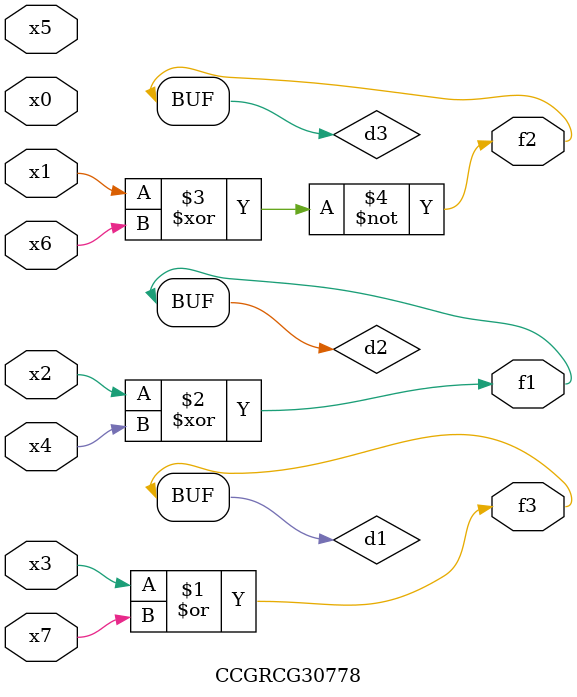
<source format=v>
module CCGRCG30778(
	input x0, x1, x2, x3, x4, x5, x6, x7,
	output f1, f2, f3
);

	wire d1, d2, d3;

	or (d1, x3, x7);
	xor (d2, x2, x4);
	xnor (d3, x1, x6);
	assign f1 = d2;
	assign f2 = d3;
	assign f3 = d1;
endmodule

</source>
